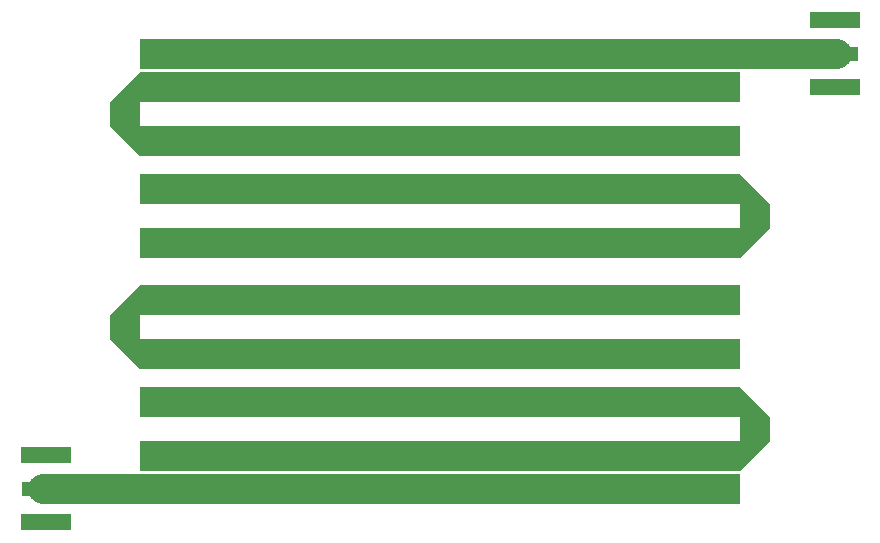
<source format=gbr>
%TF.GenerationSoftware,KiCad,Pcbnew,(5.1.5)-3*%
%TF.CreationDate,2020-11-10T23:28:25+01:00*%
%TF.ProjectId,Microstrip Filter,4d696372-6f73-4747-9269-702046696c74,1*%
%TF.SameCoordinates,Original*%
%TF.FileFunction,Copper,L1,Top*%
%TF.FilePolarity,Positive*%
%FSLAX46Y46*%
G04 Gerber Fmt 4.6, Leading zero omitted, Abs format (unit mm)*
G04 Created by KiCad (PCBNEW (5.1.5)-3) date 2020-11-10 23:28:25*
%MOMM*%
%LPD*%
G04 APERTURE LIST*
%TA.AperFunction,EtchedComponent*%
%ADD10C,0.100000*%
%TD*%
%TA.AperFunction,SMDPad,CuDef*%
%ADD11R,4.200000X1.350000*%
%TD*%
%TA.AperFunction,SMDPad,CuDef*%
%ADD12R,3.600000X1.270000*%
%TD*%
%TA.AperFunction,Conductor*%
%ADD13R,1.270000X2.540000*%
%TD*%
%TA.AperFunction,Conductor*%
%ADD14C,2.540000*%
%TD*%
G04 APERTURE END LIST*
D10*
%TO.C,BPF1*%
G36*
X89789000Y-36322000D02*
G01*
X38989000Y-36322000D01*
X38989000Y-38354000D01*
X89789000Y-38354000D01*
X89789000Y-40894000D01*
X38989000Y-40894000D01*
X36449000Y-38354000D01*
X36449000Y-36322000D01*
X38989000Y-33782000D01*
X89789000Y-33782000D01*
X89789000Y-36322000D01*
G37*
G36*
X92329000Y-44958000D02*
G01*
X92329000Y-46990000D01*
X89789000Y-49530000D01*
X38989000Y-49530000D01*
X38989000Y-46990000D01*
X89789000Y-46990000D01*
X89789000Y-44958000D01*
X38989000Y-44958000D01*
X38989000Y-42418000D01*
X89789000Y-42418000D01*
X92329000Y-44958000D01*
G37*
G36*
X89789000Y-54356000D02*
G01*
X38989000Y-54356000D01*
X38989000Y-56388000D01*
X89789000Y-56388000D01*
X89789000Y-58928000D01*
X38989000Y-58928000D01*
X36449000Y-56388000D01*
X36449000Y-54356000D01*
X38989000Y-51816000D01*
X89789000Y-51816000D01*
X89789000Y-54356000D01*
G37*
G36*
X92329000Y-62992000D02*
G01*
X92329000Y-65024000D01*
X89789000Y-67564000D01*
X38989000Y-67564000D01*
X38989000Y-65024000D01*
X89789000Y-65024000D01*
X89789000Y-62992000D01*
X38989000Y-62992000D01*
X38989000Y-60452000D01*
X89789000Y-60452000D01*
X92329000Y-62992000D01*
G37*
G36*
X89789000Y-70358000D02*
G01*
X33909000Y-70358000D01*
X33909000Y-67818000D01*
X89789000Y-67818000D01*
X89789000Y-70358000D01*
G37*
G36*
X92329000Y-62992000D02*
G01*
X92329000Y-65024000D01*
X89789000Y-67564000D01*
X89789000Y-60452000D01*
X92329000Y-62992000D01*
G37*
G36*
X94869000Y-33528000D02*
G01*
X38989000Y-33528000D01*
X38989000Y-30988000D01*
X94869000Y-30988000D01*
X94869000Y-33528000D01*
G37*
%TD*%
D11*
%TO.P,J1,2*%
%TO.N,GND*%
X30988000Y-66263000D03*
X30988000Y-71913000D03*
D12*
%TO.P,J1,1*%
%TO.N,Net-(BPF1-Pad1)*%
X30788000Y-69088000D03*
%TD*%
%TO.P,J2,1*%
%TO.N,Net-(BPF1-Pad2)*%
X97990000Y-32258000D03*
D11*
%TO.P,J2,2*%
%TO.N,GND*%
X97790000Y-29433000D03*
X97790000Y-35083000D03*
%TD*%
D13*
%TO.N,Net-(BPF1-Pad1)*%
%TO.C,BPF1*%
X34544000Y-69088000D03*
%TO.N,Net-(BPF1-Pad2)*%
X94234000Y-32258000D03*
%TD*%
D14*
%TO.N,Net-(BPF1-Pad1)*%
X30788000Y-69088000D02*
X34544000Y-69088000D01*
%TO.N,Net-(BPF1-Pad2)*%
X97990000Y-32258000D02*
X94234000Y-32258000D01*
%TD*%
M02*

</source>
